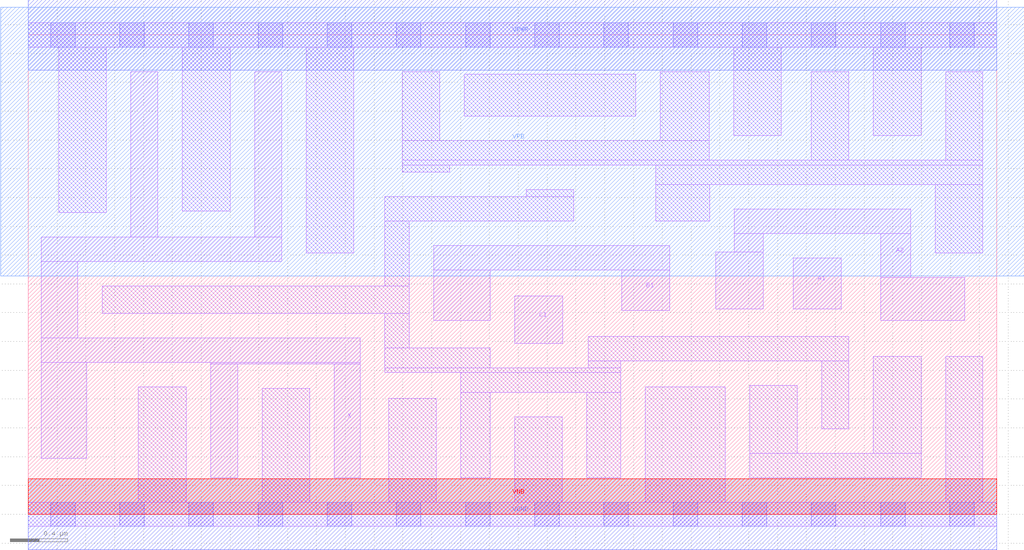
<source format=lef>
# Copyright 2020 The SkyWater PDK Authors
#
# Licensed under the Apache License, Version 2.0 (the "License");
# you may not use this file except in compliance with the License.
# You may obtain a copy of the License at
#
#     https://www.apache.org/licenses/LICENSE-2.0
#
# Unless required by applicable law or agreed to in writing, software
# distributed under the License is distributed on an "AS IS" BASIS,
# WITHOUT WARRANTIES OR CONDITIONS OF ANY KIND, either express or implied.
# See the License for the specific language governing permissions and
# limitations under the License.
#
# SPDX-License-Identifier: Apache-2.0

VERSION 5.7 ;
  NOWIREEXTENSIONATPIN ON ;
  DIVIDERCHAR "/" ;
  BUSBITCHARS "[]" ;
MACRO sky130_fd_sc_lp__a211o_4
  CLASS CORE ;
  FOREIGN sky130_fd_sc_lp__a211o_4 ;
  ORIGIN  0.000000  0.000000 ;
  SIZE  6.720000 BY  3.330000 ;
  SYMMETRY X Y R90 ;
  SITE unit ;
  PIN A1
    ANTENNAGATEAREA  0.630000 ;
    DIRECTION INPUT ;
    USE SIGNAL ;
    PORT
      LAYER li1 ;
        RECT 5.310000 1.425000 5.640000 1.780000 ;
    END
  END A1
  PIN A2
    ANTENNAGATEAREA  0.630000 ;
    DIRECTION INPUT ;
    USE SIGNAL ;
    PORT
      LAYER li1 ;
        RECT 4.770000 1.425000 5.100000 1.820000 ;
        RECT 4.900000 1.820000 5.100000 1.950000 ;
        RECT 4.900000 1.950000 6.125000 2.120000 ;
        RECT 5.915000 1.345000 6.500000 1.645000 ;
        RECT 5.915000 1.645000 6.125000 1.950000 ;
    END
  END A2
  PIN B1
    ANTENNAGATEAREA  0.630000 ;
    DIRECTION INPUT ;
    USE SIGNAL ;
    PORT
      LAYER li1 ;
        RECT 2.815000 1.345000 3.205000 1.695000 ;
        RECT 2.815000 1.695000 4.450000 1.865000 ;
        RECT 4.120000 1.415000 4.450000 1.695000 ;
    END
  END B1
  PIN C1
    ANTENNAGATEAREA  0.630000 ;
    DIRECTION INPUT ;
    USE SIGNAL ;
    PORT
      LAYER li1 ;
        RECT 3.375000 1.185000 3.710000 1.515000 ;
    END
  END C1
  PIN X
    ANTENNADIFFAREA  1.188600 ;
    DIRECTION OUTPUT ;
    USE SIGNAL ;
    PORT
      LAYER li1 ;
        RECT 0.090000 0.390000 0.405000 1.055000 ;
        RECT 0.090000 1.055000 2.305000 1.225000 ;
        RECT 0.090000 1.225000 0.345000 1.755000 ;
        RECT 0.090000 1.755000 1.760000 1.925000 ;
        RECT 0.710000 1.925000 0.900000 3.075000 ;
        RECT 1.265000 0.255000 1.455000 1.045000 ;
        RECT 1.265000 1.045000 2.305000 1.055000 ;
        RECT 1.570000 1.925000 1.760000 3.075000 ;
        RECT 2.125000 0.255000 2.305000 1.045000 ;
    END
  END X
  PIN VGND
    DIRECTION INOUT ;
    USE GROUND ;
    PORT
      LAYER met1 ;
        RECT 0.000000 -0.245000 6.720000 0.245000 ;
    END
  END VGND
  PIN VNB
    DIRECTION INOUT ;
    USE GROUND ;
    PORT
      LAYER pwell ;
        RECT 0.000000 0.000000 6.720000 0.245000 ;
    END
  END VNB
  PIN VPB
    DIRECTION INOUT ;
    USE POWER ;
    PORT
      LAYER nwell ;
        RECT -0.190000 1.655000 6.910000 3.520000 ;
    END
  END VPB
  PIN VPWR
    DIRECTION INOUT ;
    USE POWER ;
    PORT
      LAYER met1 ;
        RECT 0.000000 3.085000 6.720000 3.575000 ;
    END
  END VPWR
  OBS
    LAYER li1 ;
      RECT 0.000000 -0.085000 6.720000 0.085000 ;
      RECT 0.000000  3.245000 6.720000 3.415000 ;
      RECT 0.210000  2.095000 0.540000 3.245000 ;
      RECT 0.515000  1.395000 2.645000 1.585000 ;
      RECT 0.765000  0.085000 1.095000 0.885000 ;
      RECT 1.070000  2.105000 1.400000 3.245000 ;
      RECT 1.625000  0.085000 1.955000 0.875000 ;
      RECT 1.930000  1.815000 2.260000 3.245000 ;
      RECT 2.475000  0.985000 4.110000 1.015000 ;
      RECT 2.475000  1.015000 3.205000 1.155000 ;
      RECT 2.475000  1.155000 2.645000 1.395000 ;
      RECT 2.475000  1.585000 2.645000 2.035000 ;
      RECT 2.475000  2.035000 3.785000 2.205000 ;
      RECT 2.500000  0.085000 2.830000 0.805000 ;
      RECT 2.595000  2.375000 2.925000 2.425000 ;
      RECT 2.595000  2.425000 6.625000 2.460000 ;
      RECT 2.595000  2.460000 4.725000 2.595000 ;
      RECT 2.595000  2.595000 2.855000 3.075000 ;
      RECT 3.000000  0.255000 3.205000 0.845000 ;
      RECT 3.000000  0.845000 4.110000 0.985000 ;
      RECT 3.025000  2.765000 4.215000 3.055000 ;
      RECT 3.375000  0.085000 3.705000 0.675000 ;
      RECT 3.455000  2.205000 3.785000 2.255000 ;
      RECT 3.875000  0.255000 4.110000 0.845000 ;
      RECT 3.885000  1.015000 4.110000 1.065000 ;
      RECT 3.885000  1.065000 5.695000 1.235000 ;
      RECT 4.280000  0.085000 4.835000 0.885000 ;
      RECT 4.355000  2.035000 4.730000 2.290000 ;
      RECT 4.355000  2.290000 6.625000 2.425000 ;
      RECT 4.385000  2.595000 4.725000 3.075000 ;
      RECT 4.895000  2.630000 5.225000 3.245000 ;
      RECT 5.005000  0.255000 6.195000 0.425000 ;
      RECT 5.005000  0.425000 5.335000 0.895000 ;
      RECT 5.435000  2.460000 5.695000 3.075000 ;
      RECT 5.505000  0.595000 5.695000 1.065000 ;
      RECT 5.865000  0.425000 6.195000 1.095000 ;
      RECT 5.865000  2.630000 6.195000 3.245000 ;
      RECT 6.295000  1.815000 6.625000 2.290000 ;
      RECT 6.365000  0.085000 6.625000 1.095000 ;
      RECT 6.365000  2.460000 6.625000 3.075000 ;
    LAYER mcon ;
      RECT 0.155000 -0.085000 0.325000 0.085000 ;
      RECT 0.155000  3.245000 0.325000 3.415000 ;
      RECT 0.635000 -0.085000 0.805000 0.085000 ;
      RECT 0.635000  3.245000 0.805000 3.415000 ;
      RECT 1.115000 -0.085000 1.285000 0.085000 ;
      RECT 1.115000  3.245000 1.285000 3.415000 ;
      RECT 1.595000 -0.085000 1.765000 0.085000 ;
      RECT 1.595000  3.245000 1.765000 3.415000 ;
      RECT 2.075000 -0.085000 2.245000 0.085000 ;
      RECT 2.075000  3.245000 2.245000 3.415000 ;
      RECT 2.555000 -0.085000 2.725000 0.085000 ;
      RECT 2.555000  3.245000 2.725000 3.415000 ;
      RECT 3.035000 -0.085000 3.205000 0.085000 ;
      RECT 3.035000  3.245000 3.205000 3.415000 ;
      RECT 3.515000 -0.085000 3.685000 0.085000 ;
      RECT 3.515000  3.245000 3.685000 3.415000 ;
      RECT 3.995000 -0.085000 4.165000 0.085000 ;
      RECT 3.995000  3.245000 4.165000 3.415000 ;
      RECT 4.475000 -0.085000 4.645000 0.085000 ;
      RECT 4.475000  3.245000 4.645000 3.415000 ;
      RECT 4.955000 -0.085000 5.125000 0.085000 ;
      RECT 4.955000  3.245000 5.125000 3.415000 ;
      RECT 5.435000 -0.085000 5.605000 0.085000 ;
      RECT 5.435000  3.245000 5.605000 3.415000 ;
      RECT 5.915000 -0.085000 6.085000 0.085000 ;
      RECT 5.915000  3.245000 6.085000 3.415000 ;
      RECT 6.395000 -0.085000 6.565000 0.085000 ;
      RECT 6.395000  3.245000 6.565000 3.415000 ;
  END
END sky130_fd_sc_lp__a211o_4
END LIBRARY

</source>
